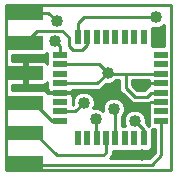
<source format=gtl>
G75*
G70*
%OFA0B0*%
%FSLAX24Y24*%
%IPPOS*%
%LPD*%
%AMOC8*
5,1,8,0,0,1.08239X$1,22.5*
%
%ADD10C,0.0100*%
%ADD11R,0.0500X0.0220*%
%ADD12R,0.0220X0.0500*%
%ADD13R,0.1200X0.0500*%
%ADD14C,0.0400*%
D10*
X003185Y000252D02*
X008685Y000252D01*
X008685Y005752D01*
X003185Y005752D01*
X003185Y000252D01*
X003835Y000502D02*
X003985Y000502D01*
X004045Y000442D01*
X008055Y000442D01*
X008375Y000762D01*
X008375Y001900D01*
X008155Y001620D02*
X008067Y001620D01*
X008067Y000992D01*
X007968Y000892D01*
X007607Y000892D01*
X007292Y000892D01*
X006977Y000892D01*
X006747Y000892D01*
X006747Y000753D01*
X006656Y000662D01*
X007964Y000662D01*
X008155Y000853D01*
X008155Y001620D01*
X008155Y001533D02*
X008067Y001533D01*
X008067Y001434D02*
X008155Y001434D01*
X008155Y001336D02*
X008067Y001336D01*
X008067Y001237D02*
X008155Y001237D01*
X008155Y001139D02*
X008067Y001139D01*
X008067Y001040D02*
X008155Y001040D01*
X008155Y000942D02*
X008017Y000942D01*
X008145Y000843D02*
X006747Y000843D01*
X006739Y000745D02*
X008046Y000745D01*
X007787Y001312D02*
X007787Y001600D01*
X007485Y001902D01*
X007834Y002026D02*
X007955Y002026D01*
X007955Y002034D02*
X007955Y001743D01*
X007855Y001843D01*
X007855Y001976D01*
X007799Y002112D01*
X007694Y002216D01*
X007558Y002272D01*
X007411Y002272D01*
X007275Y002216D01*
X007171Y002112D01*
X007115Y001976D01*
X007115Y001828D01*
X007155Y001732D01*
X007062Y001732D01*
X007062Y002056D01*
X007099Y002092D01*
X007155Y002228D01*
X007155Y002376D01*
X007099Y002512D01*
X006994Y002616D01*
X006858Y002672D01*
X006711Y002672D01*
X006575Y002616D01*
X006471Y002512D01*
X006415Y002376D01*
X006415Y002245D01*
X006394Y002266D01*
X006258Y002322D01*
X006111Y002322D01*
X006111Y002322D01*
X006155Y002428D01*
X006155Y002576D01*
X006099Y002712D01*
X005994Y002816D01*
X005858Y002872D01*
X005711Y002872D01*
X005575Y002816D01*
X005471Y002712D01*
X005415Y002576D01*
X005415Y002443D01*
X005415Y002443D01*
X005415Y002710D01*
X005395Y002730D01*
X005395Y002839D01*
X005000Y002839D01*
X005000Y002849D01*
X005395Y002849D01*
X005395Y002939D01*
X006151Y002939D01*
X006333Y002939D01*
X006526Y003132D01*
X006658Y003132D01*
X006794Y003188D01*
X006861Y003254D01*
X006965Y003254D01*
X006965Y002911D01*
X007094Y002782D01*
X007394Y002482D01*
X007576Y002482D01*
X007975Y002482D01*
X007975Y002415D01*
X007955Y002395D01*
X007955Y002034D01*
X007955Y002124D02*
X007786Y002124D01*
X007677Y002223D02*
X007955Y002223D01*
X007955Y002321D02*
X007155Y002321D01*
X007153Y002223D02*
X007293Y002223D01*
X007184Y002124D02*
X007112Y002124D01*
X007136Y002026D02*
X007062Y002026D01*
X007062Y001927D02*
X007115Y001927D01*
X007115Y001829D02*
X007062Y001829D01*
X006842Y002244D02*
X006785Y002302D01*
X006842Y002244D02*
X006842Y001312D01*
X006527Y001312D02*
X006527Y000844D01*
X006435Y000752D01*
X004885Y000752D01*
X004135Y001502D01*
X003835Y001502D01*
X004235Y002402D02*
X004737Y001900D01*
X004995Y001900D01*
X004995Y002215D02*
X005497Y002215D01*
X005785Y002502D01*
X005415Y002518D02*
X005415Y002518D01*
X005415Y002617D02*
X005432Y002617D01*
X005409Y002716D02*
X005475Y002716D01*
X005395Y002814D02*
X005574Y002814D01*
X005395Y002913D02*
X006965Y002913D01*
X006965Y003011D02*
X006405Y003011D01*
X006504Y003110D02*
X006965Y003110D01*
X006965Y003208D02*
X006814Y003208D01*
X006612Y003474D02*
X006585Y003502D01*
X006297Y003789D01*
X004995Y003789D01*
X004995Y004104D02*
X004995Y004392D01*
X004835Y004552D01*
X005075Y004892D02*
X004225Y004892D01*
X003835Y004502D01*
X003405Y004082D02*
X004505Y004082D01*
X004575Y004152D01*
X004575Y003970D01*
X004575Y003809D01*
X004575Y003810D01*
X004555Y003844D01*
X004527Y003872D01*
X004493Y003892D01*
X004455Y003902D01*
X003885Y003902D01*
X003885Y003552D01*
X003785Y003552D01*
X003785Y003902D01*
X003405Y003902D01*
X003405Y004082D01*
X003405Y003997D02*
X004575Y003997D01*
X004575Y003898D02*
X004469Y003898D01*
X004518Y004095D02*
X004575Y004095D01*
X003885Y003898D02*
X003785Y003898D01*
X003785Y003800D02*
X003885Y003800D01*
X003885Y003701D02*
X003785Y003701D01*
X003785Y003602D02*
X003885Y003602D01*
X003885Y003452D02*
X003785Y003452D01*
X003785Y003102D01*
X003405Y003102D01*
X003405Y002922D01*
X004505Y002922D01*
X004595Y002832D01*
X004595Y002839D01*
X004990Y002839D01*
X004990Y002849D01*
X004595Y002849D01*
X004595Y002959D01*
X004575Y002979D01*
X004575Y003195D01*
X004575Y003194D01*
X004555Y003160D01*
X004527Y003132D01*
X004493Y003112D01*
X004455Y003102D01*
X003885Y003102D01*
X003885Y003452D01*
X003885Y003405D02*
X003785Y003405D01*
X003785Y003307D02*
X003885Y003307D01*
X003885Y003208D02*
X003785Y003208D01*
X003785Y003110D02*
X003885Y003110D01*
X003405Y003011D02*
X004575Y003011D01*
X004575Y003110D02*
X004484Y003110D01*
X004515Y002913D02*
X004595Y002913D01*
X004995Y003159D02*
X006242Y003159D01*
X006585Y003502D01*
X006612Y003474D02*
X007185Y003474D01*
X007185Y003002D01*
X007485Y002702D01*
X007885Y002702D01*
X008027Y002844D01*
X008375Y002844D01*
X008092Y002844D01*
X007975Y003064D02*
X007936Y003064D01*
X007794Y002922D01*
X007576Y002922D01*
X007405Y003093D01*
X007405Y003254D01*
X007975Y003254D01*
X007975Y003164D01*
X008370Y003164D01*
X008370Y003154D01*
X007975Y003154D01*
X007975Y003064D01*
X007975Y003110D02*
X007405Y003110D01*
X007487Y003011D02*
X007883Y003011D01*
X007975Y003208D02*
X007405Y003208D01*
X007185Y003474D02*
X008375Y003474D01*
X008465Y004384D02*
X008067Y004384D01*
X008067Y005000D01*
X008111Y004982D01*
X008067Y004982D01*
X008111Y004982D02*
X008258Y004982D01*
X008394Y005038D01*
X008465Y005109D01*
X008465Y004384D01*
X008465Y004391D02*
X008067Y004391D01*
X008067Y004489D02*
X008465Y004489D01*
X008465Y004588D02*
X008067Y004588D01*
X008067Y004686D02*
X008465Y004686D01*
X008465Y004785D02*
X008067Y004785D01*
X008067Y004884D02*
X008465Y004884D01*
X008465Y004982D02*
X008259Y004982D01*
X008437Y005081D02*
X008465Y005081D01*
X008185Y005352D02*
X005785Y005352D01*
X005583Y005150D01*
X005583Y004692D01*
X005285Y004682D02*
X005285Y004402D01*
X005435Y004252D01*
X005735Y004252D01*
X005897Y004415D01*
X005897Y004692D01*
X005285Y004682D02*
X005075Y004892D01*
X004885Y005222D02*
X004605Y005502D01*
X003835Y005502D01*
X005996Y002814D02*
X007062Y002814D01*
X007160Y002716D02*
X006094Y002716D01*
X006138Y002617D02*
X006579Y002617D01*
X006478Y002518D02*
X006155Y002518D01*
X006151Y002420D02*
X006433Y002420D01*
X006415Y002321D02*
X006260Y002321D01*
X006185Y001952D02*
X006185Y001340D01*
X006212Y001312D01*
X007136Y002420D02*
X007975Y002420D01*
X007935Y002452D02*
X008012Y002530D01*
X008375Y002530D01*
X007935Y002452D02*
X007255Y002452D01*
X006785Y002922D01*
X006991Y002617D02*
X007259Y002617D01*
X007357Y002518D02*
X007092Y002518D01*
X007855Y001927D02*
X007955Y001927D01*
X007955Y001829D02*
X007869Y001829D01*
X004235Y002402D02*
X003935Y002402D01*
X003835Y002502D01*
D11*
X004995Y002530D03*
X004995Y002844D03*
X004995Y003159D03*
X004995Y003474D03*
X004995Y003789D03*
X004995Y004104D03*
X004995Y002215D03*
X004995Y001900D03*
X008375Y001900D03*
X008375Y002215D03*
X008375Y002530D03*
X008375Y002844D03*
X008375Y003159D03*
X008375Y003474D03*
X008375Y003789D03*
X008375Y004104D03*
D12*
X007787Y004692D03*
X007472Y004692D03*
X007157Y004692D03*
X006842Y004692D03*
X006527Y004692D03*
X006212Y004692D03*
X005897Y004692D03*
X005583Y004692D03*
X005583Y001312D03*
X005897Y001312D03*
X006212Y001312D03*
X006527Y001312D03*
X006842Y001312D03*
X007157Y001312D03*
X007472Y001312D03*
X007787Y001312D03*
D13*
X003835Y001502D03*
X003835Y000502D03*
X003835Y002502D03*
X003835Y003502D03*
X003835Y004502D03*
X003835Y005502D03*
D14*
X004885Y005222D03*
X004835Y004552D03*
X006585Y003502D03*
X006785Y002922D03*
X006785Y002302D03*
X006185Y001952D03*
X005785Y002502D03*
X007485Y001902D03*
X007735Y000772D03*
X007635Y003102D03*
X008235Y004652D03*
X008185Y005352D03*
M02*

</source>
